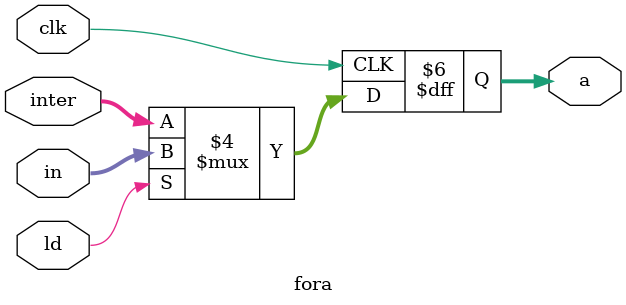
<source format=v>
module fora(a,in,inter,ld,clk);
output reg [15:0] a;
input [15:0] in,inter;
input clk,ld;

always@(posedge clk)
begin
if(ld==1)
begin
a<=in;
end

else
begin
a<=inter;
end

end


endmodule

</source>
